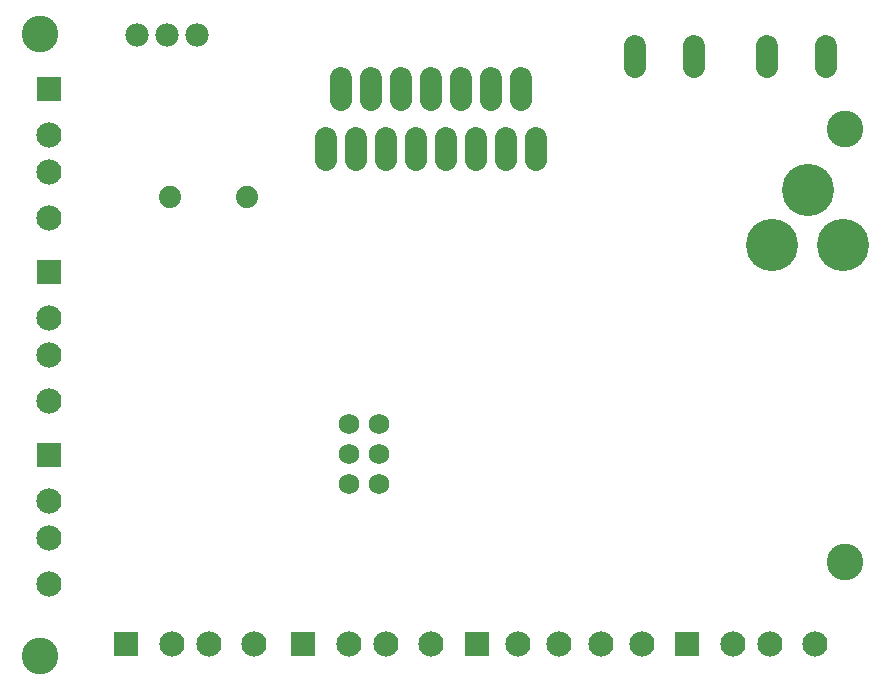
<source format=gbs>
G75*
%MOIN*%
%OFA0B0*%
%FSLAX25Y25*%
%IPPOS*%
%LPD*%
%AMOC8*
5,1,8,0,0,1.08239X$1,22.5*
%
%ADD10C,0.12211*%
%ADD11C,0.07487*%
%ADD12C,0.06800*%
%ADD13R,0.08400X0.08400*%
%ADD14C,0.08400*%
%ADD15C,0.17400*%
%ADD16C,0.07800*%
%ADD17C,0.07400*%
%ADD18C,0.07450*%
D10*
X0038248Y0032248D03*
X0038248Y0239500D03*
X0306752Y0208004D03*
X0306752Y0063744D03*
D11*
X0203657Y0197736D02*
X0203657Y0204823D01*
X0193657Y0204823D02*
X0193657Y0197736D01*
X0183657Y0197736D02*
X0183657Y0204823D01*
X0173657Y0204823D02*
X0173657Y0197736D01*
X0163657Y0197736D02*
X0163657Y0204823D01*
X0153657Y0204823D02*
X0153657Y0197736D01*
X0143657Y0197736D02*
X0143657Y0204823D01*
X0133657Y0204823D02*
X0133657Y0197736D01*
X0138657Y0217736D02*
X0138657Y0224823D01*
X0148657Y0224823D02*
X0148657Y0217736D01*
X0158657Y0217736D02*
X0158657Y0224823D01*
X0168657Y0224823D02*
X0168657Y0217736D01*
X0178657Y0217736D02*
X0178657Y0224823D01*
X0188657Y0224823D02*
X0188657Y0217736D01*
X0198657Y0217736D02*
X0198657Y0224823D01*
D12*
X0151500Y0109500D03*
X0141500Y0109500D03*
X0141500Y0099500D03*
X0141500Y0089500D03*
X0151500Y0089500D03*
X0151500Y0099500D03*
D13*
X0126131Y0036185D03*
X0183917Y0036185D03*
X0254083Y0036185D03*
X0067076Y0036185D03*
X0041500Y0099200D03*
X0041500Y0160200D03*
X0041500Y0221200D03*
D14*
X0041500Y0206020D03*
X0041500Y0193641D03*
X0041500Y0178461D03*
X0041500Y0145020D03*
X0041500Y0132641D03*
X0041500Y0117461D03*
X0041500Y0084020D03*
X0041500Y0071641D03*
X0041500Y0056461D03*
X0082255Y0036185D03*
X0094635Y0036185D03*
X0109814Y0036185D03*
X0141310Y0036185D03*
X0153690Y0036185D03*
X0168869Y0036185D03*
X0197697Y0036185D03*
X0211476Y0036185D03*
X0225256Y0036185D03*
X0239035Y0036185D03*
X0269263Y0036185D03*
X0281643Y0036185D03*
X0296822Y0036185D03*
D15*
X0306059Y0169217D03*
X0294248Y0187720D03*
X0282437Y0169217D03*
D16*
X0090815Y0239185D03*
X0080815Y0239185D03*
X0070815Y0239185D03*
D17*
X0081705Y0185437D03*
X0107295Y0185437D03*
D18*
X0236720Y0228597D02*
X0236720Y0235647D01*
X0256406Y0235647D02*
X0256406Y0228597D01*
X0280657Y0228597D02*
X0280657Y0235647D01*
X0300343Y0235647D02*
X0300343Y0228597D01*
M02*

</source>
